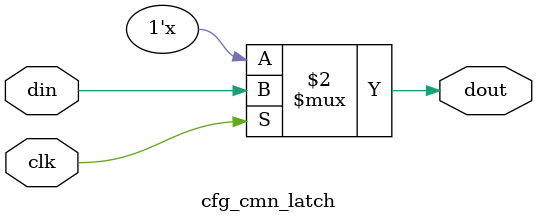
<source format=v>

module cfg_cmn_latch (
  input      din,
  input      clk,
  output reg dout
);

  always @(*)
    if (clk)
      dout <= din;

endmodule

</source>
